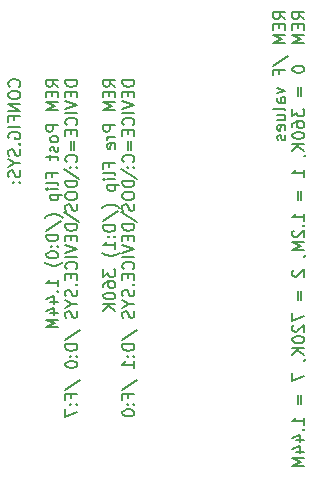
<source format=gbr>
G04 #@! TF.GenerationSoftware,KiCad,Pcbnew,6.0.7-f9a2dced07~116~ubuntu20.04.1*
G04 #@! TF.CreationDate,2022-09-08T22:16:37-07:00*
G04 #@! TF.ProjectId,morefloppy_panel,6d6f7265-666c-46f7-9070-795f70616e65,rev?*
G04 #@! TF.SameCoordinates,Original*
G04 #@! TF.FileFunction,Legend,Bot*
G04 #@! TF.FilePolarity,Positive*
%FSLAX46Y46*%
G04 Gerber Fmt 4.6, Leading zero omitted, Abs format (unit mm)*
G04 Created by KiCad (PCBNEW 6.0.7-f9a2dced07~116~ubuntu20.04.1) date 2022-09-08 22:16:37*
%MOMM*%
%LPD*%
G01*
G04 APERTURE LIST*
%ADD10C,0.150000*%
G04 APERTURE END LIST*
D10*
X160937380Y-102507023D02*
X160461190Y-102173690D01*
X160937380Y-101935595D02*
X159937380Y-101935595D01*
X159937380Y-102316547D01*
X159985000Y-102411785D01*
X160032619Y-102459404D01*
X160127857Y-102507023D01*
X160270714Y-102507023D01*
X160365952Y-102459404D01*
X160413571Y-102411785D01*
X160461190Y-102316547D01*
X160461190Y-101935595D01*
X160413571Y-102935595D02*
X160413571Y-103268928D01*
X160937380Y-103411785D02*
X160937380Y-102935595D01*
X159937380Y-102935595D01*
X159937380Y-103411785D01*
X160937380Y-103840357D02*
X159937380Y-103840357D01*
X160651666Y-104173690D01*
X159937380Y-104507023D01*
X160937380Y-104507023D01*
X159889761Y-106459404D02*
X161175476Y-105602261D01*
X160413571Y-107126071D02*
X160413571Y-106792738D01*
X160937380Y-106792738D02*
X159937380Y-106792738D01*
X159937380Y-107268928D01*
X160270714Y-108316547D02*
X160937380Y-108554642D01*
X160270714Y-108792738D01*
X160937380Y-109602261D02*
X160413571Y-109602261D01*
X160318333Y-109554642D01*
X160270714Y-109459404D01*
X160270714Y-109268928D01*
X160318333Y-109173690D01*
X160889761Y-109602261D02*
X160937380Y-109507023D01*
X160937380Y-109268928D01*
X160889761Y-109173690D01*
X160794523Y-109126071D01*
X160699285Y-109126071D01*
X160604047Y-109173690D01*
X160556428Y-109268928D01*
X160556428Y-109507023D01*
X160508809Y-109602261D01*
X160937380Y-110221309D02*
X160889761Y-110126071D01*
X160794523Y-110078452D01*
X159937380Y-110078452D01*
X160270714Y-111030833D02*
X160937380Y-111030833D01*
X160270714Y-110602261D02*
X160794523Y-110602261D01*
X160889761Y-110649880D01*
X160937380Y-110745119D01*
X160937380Y-110887976D01*
X160889761Y-110983214D01*
X160842142Y-111030833D01*
X160889761Y-111887976D02*
X160937380Y-111792738D01*
X160937380Y-111602261D01*
X160889761Y-111507023D01*
X160794523Y-111459404D01*
X160413571Y-111459404D01*
X160318333Y-111507023D01*
X160270714Y-111602261D01*
X160270714Y-111792738D01*
X160318333Y-111887976D01*
X160413571Y-111935595D01*
X160508809Y-111935595D01*
X160604047Y-111459404D01*
X160889761Y-112316547D02*
X160937380Y-112411785D01*
X160937380Y-112602261D01*
X160889761Y-112697500D01*
X160794523Y-112745119D01*
X160746904Y-112745119D01*
X160651666Y-112697500D01*
X160604047Y-112602261D01*
X160604047Y-112459404D01*
X160556428Y-112364166D01*
X160461190Y-112316547D01*
X160413571Y-112316547D01*
X160318333Y-112364166D01*
X160270714Y-112459404D01*
X160270714Y-112602261D01*
X160318333Y-112697500D01*
X162547380Y-102507023D02*
X162071190Y-102173690D01*
X162547380Y-101935595D02*
X161547380Y-101935595D01*
X161547380Y-102316547D01*
X161595000Y-102411785D01*
X161642619Y-102459404D01*
X161737857Y-102507023D01*
X161880714Y-102507023D01*
X161975952Y-102459404D01*
X162023571Y-102411785D01*
X162071190Y-102316547D01*
X162071190Y-101935595D01*
X162023571Y-102935595D02*
X162023571Y-103268928D01*
X162547380Y-103411785D02*
X162547380Y-102935595D01*
X161547380Y-102935595D01*
X161547380Y-103411785D01*
X162547380Y-103840357D02*
X161547380Y-103840357D01*
X162261666Y-104173690D01*
X161547380Y-104507023D01*
X162547380Y-104507023D01*
X161547380Y-106697500D02*
X161547380Y-106792738D01*
X161595000Y-106887976D01*
X161642619Y-106935595D01*
X161737857Y-106983214D01*
X161928333Y-107030833D01*
X162166428Y-107030833D01*
X162356904Y-106983214D01*
X162452142Y-106935595D01*
X162499761Y-106887976D01*
X162547380Y-106792738D01*
X162547380Y-106697500D01*
X162499761Y-106602261D01*
X162452142Y-106554642D01*
X162356904Y-106507023D01*
X162166428Y-106459404D01*
X161928333Y-106459404D01*
X161737857Y-106507023D01*
X161642619Y-106554642D01*
X161595000Y-106602261D01*
X161547380Y-106697500D01*
X162023571Y-108221309D02*
X162023571Y-108983214D01*
X162309285Y-108983214D02*
X162309285Y-108221309D01*
X161547380Y-110126071D02*
X161547380Y-110745119D01*
X161928333Y-110411785D01*
X161928333Y-110554642D01*
X161975952Y-110649880D01*
X162023571Y-110697500D01*
X162118809Y-110745119D01*
X162356904Y-110745119D01*
X162452142Y-110697500D01*
X162499761Y-110649880D01*
X162547380Y-110554642D01*
X162547380Y-110268928D01*
X162499761Y-110173690D01*
X162452142Y-110126071D01*
X161547380Y-111602261D02*
X161547380Y-111411785D01*
X161595000Y-111316547D01*
X161642619Y-111268928D01*
X161785476Y-111173690D01*
X161975952Y-111126071D01*
X162356904Y-111126071D01*
X162452142Y-111173690D01*
X162499761Y-111221309D01*
X162547380Y-111316547D01*
X162547380Y-111507023D01*
X162499761Y-111602261D01*
X162452142Y-111649880D01*
X162356904Y-111697500D01*
X162118809Y-111697500D01*
X162023571Y-111649880D01*
X161975952Y-111602261D01*
X161928333Y-111507023D01*
X161928333Y-111316547D01*
X161975952Y-111221309D01*
X162023571Y-111173690D01*
X162118809Y-111126071D01*
X161547380Y-112316547D02*
X161547380Y-112411785D01*
X161595000Y-112507023D01*
X161642619Y-112554642D01*
X161737857Y-112602261D01*
X161928333Y-112649880D01*
X162166428Y-112649880D01*
X162356904Y-112602261D01*
X162452142Y-112554642D01*
X162499761Y-112507023D01*
X162547380Y-112411785D01*
X162547380Y-112316547D01*
X162499761Y-112221309D01*
X162452142Y-112173690D01*
X162356904Y-112126071D01*
X162166428Y-112078452D01*
X161928333Y-112078452D01*
X161737857Y-112126071D01*
X161642619Y-112173690D01*
X161595000Y-112221309D01*
X161547380Y-112316547D01*
X162547380Y-113078452D02*
X161547380Y-113078452D01*
X162547380Y-113649880D02*
X161975952Y-113221309D01*
X161547380Y-113649880D02*
X162118809Y-113078452D01*
X162499761Y-114126071D02*
X162547380Y-114126071D01*
X162642619Y-114078452D01*
X162690238Y-114030833D01*
X162547380Y-115840357D02*
X162547380Y-115268928D01*
X162547380Y-115554642D02*
X161547380Y-115554642D01*
X161690238Y-115459404D01*
X161785476Y-115364166D01*
X161833095Y-115268928D01*
X162023571Y-117030833D02*
X162023571Y-117792738D01*
X162309285Y-117792738D02*
X162309285Y-117030833D01*
X162547380Y-119554642D02*
X162547380Y-118983214D01*
X162547380Y-119268928D02*
X161547380Y-119268928D01*
X161690238Y-119173690D01*
X161785476Y-119078452D01*
X161833095Y-118983214D01*
X162452142Y-119983214D02*
X162499761Y-120030833D01*
X162547380Y-119983214D01*
X162499761Y-119935595D01*
X162452142Y-119983214D01*
X162547380Y-119983214D01*
X161642619Y-120411785D02*
X161595000Y-120459404D01*
X161547380Y-120554642D01*
X161547380Y-120792738D01*
X161595000Y-120887976D01*
X161642619Y-120935595D01*
X161737857Y-120983214D01*
X161833095Y-120983214D01*
X161975952Y-120935595D01*
X162547380Y-120364166D01*
X162547380Y-120983214D01*
X162547380Y-121411785D02*
X161547380Y-121411785D01*
X162261666Y-121745119D01*
X161547380Y-122078452D01*
X162547380Y-122078452D01*
X162499761Y-122602261D02*
X162547380Y-122602261D01*
X162642619Y-122554642D01*
X162690238Y-122507023D01*
X161642619Y-123745119D02*
X161595000Y-123792738D01*
X161547380Y-123887976D01*
X161547380Y-124126071D01*
X161595000Y-124221309D01*
X161642619Y-124268928D01*
X161737857Y-124316547D01*
X161833095Y-124316547D01*
X161975952Y-124268928D01*
X162547380Y-123697499D01*
X162547380Y-124316547D01*
X162023571Y-125507023D02*
X162023571Y-126268928D01*
X162309285Y-126268928D02*
X162309285Y-125507023D01*
X161547380Y-127411785D02*
X161547380Y-128078452D01*
X162547380Y-127649880D01*
X161642619Y-128411785D02*
X161595000Y-128459404D01*
X161547380Y-128554642D01*
X161547380Y-128792738D01*
X161595000Y-128887976D01*
X161642619Y-128935595D01*
X161737857Y-128983214D01*
X161833095Y-128983214D01*
X161975952Y-128935595D01*
X162547380Y-128364166D01*
X162547380Y-128983214D01*
X161547380Y-129602261D02*
X161547380Y-129697499D01*
X161595000Y-129792738D01*
X161642619Y-129840357D01*
X161737857Y-129887976D01*
X161928333Y-129935595D01*
X162166428Y-129935595D01*
X162356904Y-129887976D01*
X162452142Y-129840357D01*
X162499761Y-129792738D01*
X162547380Y-129697499D01*
X162547380Y-129602261D01*
X162499761Y-129507023D01*
X162452142Y-129459404D01*
X162356904Y-129411785D01*
X162166428Y-129364166D01*
X161928333Y-129364166D01*
X161737857Y-129411785D01*
X161642619Y-129459404D01*
X161595000Y-129507023D01*
X161547380Y-129602261D01*
X162547380Y-130364166D02*
X161547380Y-130364166D01*
X162547380Y-130935595D02*
X161975952Y-130507023D01*
X161547380Y-130935595D02*
X162118809Y-130364166D01*
X162499761Y-131411785D02*
X162547380Y-131411785D01*
X162642619Y-131364166D01*
X162690238Y-131316547D01*
X161547380Y-132507023D02*
X161547380Y-133173690D01*
X162547380Y-132745119D01*
X162023571Y-134316547D02*
X162023571Y-135078452D01*
X162309285Y-135078452D02*
X162309285Y-134316547D01*
X162547380Y-136840357D02*
X162547380Y-136268928D01*
X162547380Y-136554642D02*
X161547380Y-136554642D01*
X161690238Y-136459404D01*
X161785476Y-136364166D01*
X161833095Y-136268928D01*
X162452142Y-137268928D02*
X162499761Y-137316547D01*
X162547380Y-137268928D01*
X162499761Y-137221309D01*
X162452142Y-137268928D01*
X162547380Y-137268928D01*
X161880714Y-138173690D02*
X162547380Y-138173690D01*
X161499761Y-137935595D02*
X162214047Y-137697500D01*
X162214047Y-138316547D01*
X161880714Y-139126071D02*
X162547380Y-139126071D01*
X161499761Y-138887976D02*
X162214047Y-138649880D01*
X162214047Y-139268928D01*
X162547380Y-139649880D02*
X161547380Y-139649880D01*
X162261666Y-139983214D01*
X161547380Y-140316547D01*
X162547380Y-140316547D01*
X138402142Y-108222023D02*
X138449761Y-108174404D01*
X138497380Y-108031547D01*
X138497380Y-107936309D01*
X138449761Y-107793452D01*
X138354523Y-107698214D01*
X138259285Y-107650595D01*
X138068809Y-107602976D01*
X137925952Y-107602976D01*
X137735476Y-107650595D01*
X137640238Y-107698214D01*
X137545000Y-107793452D01*
X137497380Y-107936309D01*
X137497380Y-108031547D01*
X137545000Y-108174404D01*
X137592619Y-108222023D01*
X137497380Y-108841071D02*
X137497380Y-109031547D01*
X137545000Y-109126785D01*
X137640238Y-109222023D01*
X137830714Y-109269642D01*
X138164047Y-109269642D01*
X138354523Y-109222023D01*
X138449761Y-109126785D01*
X138497380Y-109031547D01*
X138497380Y-108841071D01*
X138449761Y-108745833D01*
X138354523Y-108650595D01*
X138164047Y-108602976D01*
X137830714Y-108602976D01*
X137640238Y-108650595D01*
X137545000Y-108745833D01*
X137497380Y-108841071D01*
X138497380Y-109698214D02*
X137497380Y-109698214D01*
X138497380Y-110269642D01*
X137497380Y-110269642D01*
X137973571Y-111079166D02*
X137973571Y-110745833D01*
X138497380Y-110745833D02*
X137497380Y-110745833D01*
X137497380Y-111222023D01*
X138497380Y-111602976D02*
X137497380Y-111602976D01*
X137545000Y-112602976D02*
X137497380Y-112507738D01*
X137497380Y-112364880D01*
X137545000Y-112222023D01*
X137640238Y-112126785D01*
X137735476Y-112079166D01*
X137925952Y-112031547D01*
X138068809Y-112031547D01*
X138259285Y-112079166D01*
X138354523Y-112126785D01*
X138449761Y-112222023D01*
X138497380Y-112364880D01*
X138497380Y-112460119D01*
X138449761Y-112602976D01*
X138402142Y-112650595D01*
X138068809Y-112650595D01*
X138068809Y-112460119D01*
X138402142Y-113079166D02*
X138449761Y-113126785D01*
X138497380Y-113079166D01*
X138449761Y-113031547D01*
X138402142Y-113079166D01*
X138497380Y-113079166D01*
X138449761Y-113507738D02*
X138497380Y-113650595D01*
X138497380Y-113888690D01*
X138449761Y-113983928D01*
X138402142Y-114031547D01*
X138306904Y-114079166D01*
X138211666Y-114079166D01*
X138116428Y-114031547D01*
X138068809Y-113983928D01*
X138021190Y-113888690D01*
X137973571Y-113698214D01*
X137925952Y-113602976D01*
X137878333Y-113555357D01*
X137783095Y-113507738D01*
X137687857Y-113507738D01*
X137592619Y-113555357D01*
X137545000Y-113602976D01*
X137497380Y-113698214D01*
X137497380Y-113936309D01*
X137545000Y-114079166D01*
X138021190Y-114698214D02*
X138497380Y-114698214D01*
X137497380Y-114364880D02*
X138021190Y-114698214D01*
X137497380Y-115031547D01*
X138449761Y-115317261D02*
X138497380Y-115460119D01*
X138497380Y-115698214D01*
X138449761Y-115793452D01*
X138402142Y-115841071D01*
X138306904Y-115888690D01*
X138211666Y-115888690D01*
X138116428Y-115841071D01*
X138068809Y-115793452D01*
X138021190Y-115698214D01*
X137973571Y-115507738D01*
X137925952Y-115412499D01*
X137878333Y-115364880D01*
X137783095Y-115317261D01*
X137687857Y-115317261D01*
X137592619Y-115364880D01*
X137545000Y-115412499D01*
X137497380Y-115507738D01*
X137497380Y-115745833D01*
X137545000Y-115888690D01*
X138402142Y-116317261D02*
X138449761Y-116364880D01*
X138497380Y-116317261D01*
X138449761Y-116269642D01*
X138402142Y-116317261D01*
X138497380Y-116317261D01*
X137878333Y-116317261D02*
X137925952Y-116364880D01*
X137973571Y-116317261D01*
X137925952Y-116269642D01*
X137878333Y-116317261D01*
X137973571Y-116317261D01*
X141717380Y-108222023D02*
X141241190Y-107888690D01*
X141717380Y-107650595D02*
X140717380Y-107650595D01*
X140717380Y-108031547D01*
X140765000Y-108126785D01*
X140812619Y-108174404D01*
X140907857Y-108222023D01*
X141050714Y-108222023D01*
X141145952Y-108174404D01*
X141193571Y-108126785D01*
X141241190Y-108031547D01*
X141241190Y-107650595D01*
X141193571Y-108650595D02*
X141193571Y-108983928D01*
X141717380Y-109126785D02*
X141717380Y-108650595D01*
X140717380Y-108650595D01*
X140717380Y-109126785D01*
X141717380Y-109555357D02*
X140717380Y-109555357D01*
X141431666Y-109888690D01*
X140717380Y-110222023D01*
X141717380Y-110222023D01*
X141717380Y-111460119D02*
X140717380Y-111460119D01*
X140717380Y-111841071D01*
X140765000Y-111936309D01*
X140812619Y-111983928D01*
X140907857Y-112031547D01*
X141050714Y-112031547D01*
X141145952Y-111983928D01*
X141193571Y-111936309D01*
X141241190Y-111841071D01*
X141241190Y-111460119D01*
X141717380Y-112602976D02*
X141669761Y-112507738D01*
X141622142Y-112460119D01*
X141526904Y-112412500D01*
X141241190Y-112412500D01*
X141145952Y-112460119D01*
X141098333Y-112507738D01*
X141050714Y-112602976D01*
X141050714Y-112745833D01*
X141098333Y-112841071D01*
X141145952Y-112888690D01*
X141241190Y-112936309D01*
X141526904Y-112936309D01*
X141622142Y-112888690D01*
X141669761Y-112841071D01*
X141717380Y-112745833D01*
X141717380Y-112602976D01*
X141669761Y-113317261D02*
X141717380Y-113412500D01*
X141717380Y-113602976D01*
X141669761Y-113698214D01*
X141574523Y-113745833D01*
X141526904Y-113745833D01*
X141431666Y-113698214D01*
X141384047Y-113602976D01*
X141384047Y-113460119D01*
X141336428Y-113364880D01*
X141241190Y-113317261D01*
X141193571Y-113317261D01*
X141098333Y-113364880D01*
X141050714Y-113460119D01*
X141050714Y-113602976D01*
X141098333Y-113698214D01*
X141050714Y-114031547D02*
X141050714Y-114412500D01*
X140717380Y-114174404D02*
X141574523Y-114174404D01*
X141669761Y-114222023D01*
X141717380Y-114317261D01*
X141717380Y-114412500D01*
X141193571Y-115841071D02*
X141193571Y-115507738D01*
X141717380Y-115507738D02*
X140717380Y-115507738D01*
X140717380Y-115983928D01*
X141717380Y-116507738D02*
X141669761Y-116412500D01*
X141574523Y-116364880D01*
X140717380Y-116364880D01*
X141717380Y-116888690D02*
X141050714Y-116888690D01*
X140717380Y-116888690D02*
X140765000Y-116841071D01*
X140812619Y-116888690D01*
X140765000Y-116936309D01*
X140717380Y-116888690D01*
X140812619Y-116888690D01*
X141050714Y-117364880D02*
X142050714Y-117364880D01*
X141098333Y-117364880D02*
X141050714Y-117460119D01*
X141050714Y-117650595D01*
X141098333Y-117745833D01*
X141145952Y-117793452D01*
X141241190Y-117841071D01*
X141526904Y-117841071D01*
X141622142Y-117793452D01*
X141669761Y-117745833D01*
X141717380Y-117650595D01*
X141717380Y-117460119D01*
X141669761Y-117364880D01*
X142098333Y-119317261D02*
X142050714Y-119269642D01*
X141907857Y-119174404D01*
X141812619Y-119126785D01*
X141669761Y-119079166D01*
X141431666Y-119031547D01*
X141241190Y-119031547D01*
X141003095Y-119079166D01*
X140860238Y-119126785D01*
X140765000Y-119174404D01*
X140622142Y-119269642D01*
X140574523Y-119317261D01*
X140669761Y-120412500D02*
X141955476Y-119555357D01*
X141717380Y-120745833D02*
X140717380Y-120745833D01*
X140717380Y-120983928D01*
X140765000Y-121126785D01*
X140860238Y-121222023D01*
X140955476Y-121269642D01*
X141145952Y-121317261D01*
X141288809Y-121317261D01*
X141479285Y-121269642D01*
X141574523Y-121222023D01*
X141669761Y-121126785D01*
X141717380Y-120983928D01*
X141717380Y-120745833D01*
X141622142Y-121745833D02*
X141669761Y-121793452D01*
X141717380Y-121745833D01*
X141669761Y-121698214D01*
X141622142Y-121745833D01*
X141717380Y-121745833D01*
X141098333Y-121745833D02*
X141145952Y-121793452D01*
X141193571Y-121745833D01*
X141145952Y-121698214D01*
X141098333Y-121745833D01*
X141193571Y-121745833D01*
X140717380Y-122412500D02*
X140717380Y-122507738D01*
X140765000Y-122602976D01*
X140812619Y-122650595D01*
X140907857Y-122698214D01*
X141098333Y-122745833D01*
X141336428Y-122745833D01*
X141526904Y-122698214D01*
X141622142Y-122650595D01*
X141669761Y-122602976D01*
X141717380Y-122507738D01*
X141717380Y-122412500D01*
X141669761Y-122317261D01*
X141622142Y-122269642D01*
X141526904Y-122222023D01*
X141336428Y-122174404D01*
X141098333Y-122174404D01*
X140907857Y-122222023D01*
X140812619Y-122269642D01*
X140765000Y-122317261D01*
X140717380Y-122412500D01*
X142098333Y-123079166D02*
X142050714Y-123126785D01*
X141907857Y-123222023D01*
X141812619Y-123269642D01*
X141669761Y-123317261D01*
X141431666Y-123364880D01*
X141241190Y-123364880D01*
X141003095Y-123317261D01*
X140860238Y-123269642D01*
X140765000Y-123222023D01*
X140622142Y-123126785D01*
X140574523Y-123079166D01*
X141717380Y-125126785D02*
X141717380Y-124555357D01*
X141717380Y-124841071D02*
X140717380Y-124841071D01*
X140860238Y-124745833D01*
X140955476Y-124650595D01*
X141003095Y-124555357D01*
X141622142Y-125555357D02*
X141669761Y-125602976D01*
X141717380Y-125555357D01*
X141669761Y-125507738D01*
X141622142Y-125555357D01*
X141717380Y-125555357D01*
X141050714Y-126460119D02*
X141717380Y-126460119D01*
X140669761Y-126222023D02*
X141384047Y-125983928D01*
X141384047Y-126602976D01*
X141050714Y-127412500D02*
X141717380Y-127412500D01*
X140669761Y-127174404D02*
X141384047Y-126936309D01*
X141384047Y-127555357D01*
X141717380Y-127936309D02*
X140717380Y-127936309D01*
X141431666Y-128269642D01*
X140717380Y-128602976D01*
X141717380Y-128602976D01*
X143327380Y-107650595D02*
X142327380Y-107650595D01*
X142327380Y-107888690D01*
X142375000Y-108031547D01*
X142470238Y-108126785D01*
X142565476Y-108174404D01*
X142755952Y-108222023D01*
X142898809Y-108222023D01*
X143089285Y-108174404D01*
X143184523Y-108126785D01*
X143279761Y-108031547D01*
X143327380Y-107888690D01*
X143327380Y-107650595D01*
X142803571Y-108650595D02*
X142803571Y-108983928D01*
X143327380Y-109126785D02*
X143327380Y-108650595D01*
X142327380Y-108650595D01*
X142327380Y-109126785D01*
X142327380Y-109412500D02*
X143327380Y-109745833D01*
X142327380Y-110079166D01*
X143327380Y-110412500D02*
X142327380Y-110412500D01*
X143232142Y-111460119D02*
X143279761Y-111412500D01*
X143327380Y-111269642D01*
X143327380Y-111174404D01*
X143279761Y-111031547D01*
X143184523Y-110936309D01*
X143089285Y-110888690D01*
X142898809Y-110841071D01*
X142755952Y-110841071D01*
X142565476Y-110888690D01*
X142470238Y-110936309D01*
X142375000Y-111031547D01*
X142327380Y-111174404D01*
X142327380Y-111269642D01*
X142375000Y-111412500D01*
X142422619Y-111460119D01*
X142803571Y-111888690D02*
X142803571Y-112222023D01*
X143327380Y-112364880D02*
X143327380Y-111888690D01*
X142327380Y-111888690D01*
X142327380Y-112364880D01*
X142803571Y-112793452D02*
X142803571Y-113555357D01*
X143089285Y-113555357D02*
X143089285Y-112793452D01*
X143232142Y-114602976D02*
X143279761Y-114555357D01*
X143327380Y-114412500D01*
X143327380Y-114317261D01*
X143279761Y-114174404D01*
X143184523Y-114079166D01*
X143089285Y-114031547D01*
X142898809Y-113983928D01*
X142755952Y-113983928D01*
X142565476Y-114031547D01*
X142470238Y-114079166D01*
X142375000Y-114174404D01*
X142327380Y-114317261D01*
X142327380Y-114412500D01*
X142375000Y-114555357D01*
X142422619Y-114602976D01*
X143232142Y-115031547D02*
X143279761Y-115079166D01*
X143327380Y-115031547D01*
X143279761Y-114983928D01*
X143232142Y-115031547D01*
X143327380Y-115031547D01*
X142708333Y-115031547D02*
X142755952Y-115079166D01*
X142803571Y-115031547D01*
X142755952Y-114983928D01*
X142708333Y-115031547D01*
X142803571Y-115031547D01*
X142232142Y-115174404D02*
X143517857Y-116031547D01*
X143327380Y-116174404D02*
X142327380Y-116174404D01*
X142327380Y-116412500D01*
X142375000Y-116555357D01*
X142470238Y-116650595D01*
X142565476Y-116698214D01*
X142755952Y-116745833D01*
X142898809Y-116745833D01*
X143089285Y-116698214D01*
X143184523Y-116650595D01*
X143279761Y-116555357D01*
X143327380Y-116412500D01*
X143327380Y-116174404D01*
X142327380Y-117364880D02*
X142327380Y-117555357D01*
X142375000Y-117650595D01*
X142470238Y-117745833D01*
X142660714Y-117793452D01*
X142994047Y-117793452D01*
X143184523Y-117745833D01*
X143279761Y-117650595D01*
X143327380Y-117555357D01*
X143327380Y-117364880D01*
X143279761Y-117269642D01*
X143184523Y-117174404D01*
X142994047Y-117126785D01*
X142660714Y-117126785D01*
X142470238Y-117174404D01*
X142375000Y-117269642D01*
X142327380Y-117364880D01*
X143279761Y-118174404D02*
X143327380Y-118317261D01*
X143327380Y-118555357D01*
X143279761Y-118650595D01*
X143232142Y-118698214D01*
X143136904Y-118745833D01*
X143041666Y-118745833D01*
X142946428Y-118698214D01*
X142898809Y-118650595D01*
X142851190Y-118555357D01*
X142803571Y-118364880D01*
X142755952Y-118269642D01*
X142708333Y-118222023D01*
X142613095Y-118174404D01*
X142517857Y-118174404D01*
X142422619Y-118222023D01*
X142375000Y-118269642D01*
X142327380Y-118364880D01*
X142327380Y-118602976D01*
X142375000Y-118745833D01*
X142232142Y-118841071D02*
X143517857Y-119698214D01*
X143327380Y-119841071D02*
X142327380Y-119841071D01*
X142327380Y-120079166D01*
X142375000Y-120222023D01*
X142470238Y-120317261D01*
X142565476Y-120364880D01*
X142755952Y-120412500D01*
X142898809Y-120412500D01*
X143089285Y-120364880D01*
X143184523Y-120317261D01*
X143279761Y-120222023D01*
X143327380Y-120079166D01*
X143327380Y-119841071D01*
X142803571Y-120841071D02*
X142803571Y-121174404D01*
X143327380Y-121317261D02*
X143327380Y-120841071D01*
X142327380Y-120841071D01*
X142327380Y-121317261D01*
X142327380Y-121602976D02*
X143327380Y-121936309D01*
X142327380Y-122269642D01*
X143327380Y-122602976D02*
X142327380Y-122602976D01*
X143232142Y-123650595D02*
X143279761Y-123602976D01*
X143327380Y-123460119D01*
X143327380Y-123364880D01*
X143279761Y-123222023D01*
X143184523Y-123126785D01*
X143089285Y-123079166D01*
X142898809Y-123031547D01*
X142755952Y-123031547D01*
X142565476Y-123079166D01*
X142470238Y-123126785D01*
X142375000Y-123222023D01*
X142327380Y-123364880D01*
X142327380Y-123460119D01*
X142375000Y-123602976D01*
X142422619Y-123650595D01*
X142803571Y-124079166D02*
X142803571Y-124412500D01*
X143327380Y-124555357D02*
X143327380Y-124079166D01*
X142327380Y-124079166D01*
X142327380Y-124555357D01*
X143232142Y-124983928D02*
X143279761Y-125031547D01*
X143327380Y-124983928D01*
X143279761Y-124936309D01*
X143232142Y-124983928D01*
X143327380Y-124983928D01*
X143279761Y-125412500D02*
X143327380Y-125555357D01*
X143327380Y-125793452D01*
X143279761Y-125888690D01*
X143232142Y-125936309D01*
X143136904Y-125983928D01*
X143041666Y-125983928D01*
X142946428Y-125936309D01*
X142898809Y-125888690D01*
X142851190Y-125793452D01*
X142803571Y-125602976D01*
X142755952Y-125507738D01*
X142708333Y-125460119D01*
X142613095Y-125412500D01*
X142517857Y-125412500D01*
X142422619Y-125460119D01*
X142375000Y-125507738D01*
X142327380Y-125602976D01*
X142327380Y-125841071D01*
X142375000Y-125983928D01*
X142851190Y-126602976D02*
X143327380Y-126602976D01*
X142327380Y-126269642D02*
X142851190Y-126602976D01*
X142327380Y-126936309D01*
X143279761Y-127222023D02*
X143327380Y-127364880D01*
X143327380Y-127602976D01*
X143279761Y-127698214D01*
X143232142Y-127745833D01*
X143136904Y-127793452D01*
X143041666Y-127793452D01*
X142946428Y-127745833D01*
X142898809Y-127698214D01*
X142851190Y-127602976D01*
X142803571Y-127412500D01*
X142755952Y-127317261D01*
X142708333Y-127269642D01*
X142613095Y-127222023D01*
X142517857Y-127222023D01*
X142422619Y-127269642D01*
X142375000Y-127317261D01*
X142327380Y-127412500D01*
X142327380Y-127650595D01*
X142375000Y-127793452D01*
X142279761Y-129698214D02*
X143565476Y-128841071D01*
X143327380Y-130031547D02*
X142327380Y-130031547D01*
X142327380Y-130269642D01*
X142375000Y-130412500D01*
X142470238Y-130507738D01*
X142565476Y-130555357D01*
X142755952Y-130602976D01*
X142898809Y-130602976D01*
X143089285Y-130555357D01*
X143184523Y-130507738D01*
X143279761Y-130412500D01*
X143327380Y-130269642D01*
X143327380Y-130031547D01*
X143232142Y-131031547D02*
X143279761Y-131079166D01*
X143327380Y-131031547D01*
X143279761Y-130983928D01*
X143232142Y-131031547D01*
X143327380Y-131031547D01*
X142708333Y-131031547D02*
X142755952Y-131079166D01*
X142803571Y-131031547D01*
X142755952Y-130983928D01*
X142708333Y-131031547D01*
X142803571Y-131031547D01*
X142327380Y-131698214D02*
X142327380Y-131793452D01*
X142375000Y-131888690D01*
X142422619Y-131936309D01*
X142517857Y-131983928D01*
X142708333Y-132031547D01*
X142946428Y-132031547D01*
X143136904Y-131983928D01*
X143232142Y-131936309D01*
X143279761Y-131888690D01*
X143327380Y-131793452D01*
X143327380Y-131698214D01*
X143279761Y-131602976D01*
X143232142Y-131555357D01*
X143136904Y-131507738D01*
X142946428Y-131460119D01*
X142708333Y-131460119D01*
X142517857Y-131507738D01*
X142422619Y-131555357D01*
X142375000Y-131602976D01*
X142327380Y-131698214D01*
X142279761Y-133936309D02*
X143565476Y-133079166D01*
X142803571Y-134602976D02*
X142803571Y-134269642D01*
X143327380Y-134269642D02*
X142327380Y-134269642D01*
X142327380Y-134745833D01*
X143232142Y-135126785D02*
X143279761Y-135174404D01*
X143327380Y-135126785D01*
X143279761Y-135079166D01*
X143232142Y-135126785D01*
X143327380Y-135126785D01*
X142708333Y-135126785D02*
X142755952Y-135174404D01*
X142803571Y-135126785D01*
X142755952Y-135079166D01*
X142708333Y-135126785D01*
X142803571Y-135126785D01*
X142327380Y-135507738D02*
X142327380Y-136174404D01*
X143327380Y-135745833D01*
X146547380Y-108222023D02*
X146071190Y-107888690D01*
X146547380Y-107650595D02*
X145547380Y-107650595D01*
X145547380Y-108031547D01*
X145595000Y-108126785D01*
X145642619Y-108174404D01*
X145737857Y-108222023D01*
X145880714Y-108222023D01*
X145975952Y-108174404D01*
X146023571Y-108126785D01*
X146071190Y-108031547D01*
X146071190Y-107650595D01*
X146023571Y-108650595D02*
X146023571Y-108983928D01*
X146547380Y-109126785D02*
X146547380Y-108650595D01*
X145547380Y-108650595D01*
X145547380Y-109126785D01*
X146547380Y-109555357D02*
X145547380Y-109555357D01*
X146261666Y-109888690D01*
X145547380Y-110222023D01*
X146547380Y-110222023D01*
X146547380Y-111460119D02*
X145547380Y-111460119D01*
X145547380Y-111841071D01*
X145595000Y-111936309D01*
X145642619Y-111983928D01*
X145737857Y-112031547D01*
X145880714Y-112031547D01*
X145975952Y-111983928D01*
X146023571Y-111936309D01*
X146071190Y-111841071D01*
X146071190Y-111460119D01*
X146547380Y-112460119D02*
X145880714Y-112460119D01*
X146071190Y-112460119D02*
X145975952Y-112507738D01*
X145928333Y-112555357D01*
X145880714Y-112650595D01*
X145880714Y-112745833D01*
X146499761Y-113460119D02*
X146547380Y-113364880D01*
X146547380Y-113174404D01*
X146499761Y-113079166D01*
X146404523Y-113031547D01*
X146023571Y-113031547D01*
X145928333Y-113079166D01*
X145880714Y-113174404D01*
X145880714Y-113364880D01*
X145928333Y-113460119D01*
X146023571Y-113507738D01*
X146118809Y-113507738D01*
X146214047Y-113031547D01*
X146023571Y-115031547D02*
X146023571Y-114698214D01*
X146547380Y-114698214D02*
X145547380Y-114698214D01*
X145547380Y-115174404D01*
X146547380Y-115698214D02*
X146499761Y-115602976D01*
X146404523Y-115555357D01*
X145547380Y-115555357D01*
X146547380Y-116079166D02*
X145880714Y-116079166D01*
X145547380Y-116079166D02*
X145595000Y-116031547D01*
X145642619Y-116079166D01*
X145595000Y-116126785D01*
X145547380Y-116079166D01*
X145642619Y-116079166D01*
X145880714Y-116555357D02*
X146880714Y-116555357D01*
X145928333Y-116555357D02*
X145880714Y-116650595D01*
X145880714Y-116841071D01*
X145928333Y-116936309D01*
X145975952Y-116983928D01*
X146071190Y-117031547D01*
X146356904Y-117031547D01*
X146452142Y-116983928D01*
X146499761Y-116936309D01*
X146547380Y-116841071D01*
X146547380Y-116650595D01*
X146499761Y-116555357D01*
X146928333Y-118507738D02*
X146880714Y-118460119D01*
X146737857Y-118364880D01*
X146642619Y-118317261D01*
X146499761Y-118269642D01*
X146261666Y-118222023D01*
X146071190Y-118222023D01*
X145833095Y-118269642D01*
X145690238Y-118317261D01*
X145595000Y-118364880D01*
X145452142Y-118460119D01*
X145404523Y-118507738D01*
X145499761Y-119602976D02*
X146785476Y-118745833D01*
X146547380Y-119936309D02*
X145547380Y-119936309D01*
X145547380Y-120174404D01*
X145595000Y-120317261D01*
X145690238Y-120412500D01*
X145785476Y-120460119D01*
X145975952Y-120507738D01*
X146118809Y-120507738D01*
X146309285Y-120460119D01*
X146404523Y-120412500D01*
X146499761Y-120317261D01*
X146547380Y-120174404D01*
X146547380Y-119936309D01*
X146452142Y-120936309D02*
X146499761Y-120983928D01*
X146547380Y-120936309D01*
X146499761Y-120888690D01*
X146452142Y-120936309D01*
X146547380Y-120936309D01*
X145928333Y-120936309D02*
X145975952Y-120983928D01*
X146023571Y-120936309D01*
X145975952Y-120888690D01*
X145928333Y-120936309D01*
X146023571Y-120936309D01*
X146547380Y-121936309D02*
X146547380Y-121364880D01*
X146547380Y-121650595D02*
X145547380Y-121650595D01*
X145690238Y-121555357D01*
X145785476Y-121460119D01*
X145833095Y-121364880D01*
X146928333Y-122269642D02*
X146880714Y-122317261D01*
X146737857Y-122412500D01*
X146642619Y-122460119D01*
X146499761Y-122507738D01*
X146261666Y-122555357D01*
X146071190Y-122555357D01*
X145833095Y-122507738D01*
X145690238Y-122460119D01*
X145595000Y-122412500D01*
X145452142Y-122317261D01*
X145404523Y-122269642D01*
X145547380Y-123698214D02*
X145547380Y-124317261D01*
X145928333Y-123983928D01*
X145928333Y-124126785D01*
X145975952Y-124222023D01*
X146023571Y-124269642D01*
X146118809Y-124317261D01*
X146356904Y-124317261D01*
X146452142Y-124269642D01*
X146499761Y-124222023D01*
X146547380Y-124126785D01*
X146547380Y-123841071D01*
X146499761Y-123745833D01*
X146452142Y-123698214D01*
X145547380Y-125174404D02*
X145547380Y-124983928D01*
X145595000Y-124888690D01*
X145642619Y-124841071D01*
X145785476Y-124745833D01*
X145975952Y-124698214D01*
X146356904Y-124698214D01*
X146452142Y-124745833D01*
X146499761Y-124793452D01*
X146547380Y-124888690D01*
X146547380Y-125079166D01*
X146499761Y-125174404D01*
X146452142Y-125222023D01*
X146356904Y-125269642D01*
X146118809Y-125269642D01*
X146023571Y-125222023D01*
X145975952Y-125174404D01*
X145928333Y-125079166D01*
X145928333Y-124888690D01*
X145975952Y-124793452D01*
X146023571Y-124745833D01*
X146118809Y-124698214D01*
X145547380Y-125888690D02*
X145547380Y-125983928D01*
X145595000Y-126079166D01*
X145642619Y-126126785D01*
X145737857Y-126174404D01*
X145928333Y-126222023D01*
X146166428Y-126222023D01*
X146356904Y-126174404D01*
X146452142Y-126126785D01*
X146499761Y-126079166D01*
X146547380Y-125983928D01*
X146547380Y-125888690D01*
X146499761Y-125793452D01*
X146452142Y-125745833D01*
X146356904Y-125698214D01*
X146166428Y-125650595D01*
X145928333Y-125650595D01*
X145737857Y-125698214D01*
X145642619Y-125745833D01*
X145595000Y-125793452D01*
X145547380Y-125888690D01*
X146547380Y-126650595D02*
X145547380Y-126650595D01*
X146547380Y-127222023D02*
X145975952Y-126793452D01*
X145547380Y-127222023D02*
X146118809Y-126650595D01*
X148157380Y-107650595D02*
X147157380Y-107650595D01*
X147157380Y-107888690D01*
X147205000Y-108031547D01*
X147300238Y-108126785D01*
X147395476Y-108174404D01*
X147585952Y-108222023D01*
X147728809Y-108222023D01*
X147919285Y-108174404D01*
X148014523Y-108126785D01*
X148109761Y-108031547D01*
X148157380Y-107888690D01*
X148157380Y-107650595D01*
X147633571Y-108650595D02*
X147633571Y-108983928D01*
X148157380Y-109126785D02*
X148157380Y-108650595D01*
X147157380Y-108650595D01*
X147157380Y-109126785D01*
X147157380Y-109412500D02*
X148157380Y-109745833D01*
X147157380Y-110079166D01*
X148157380Y-110412500D02*
X147157380Y-110412500D01*
X148062142Y-111460119D02*
X148109761Y-111412500D01*
X148157380Y-111269642D01*
X148157380Y-111174404D01*
X148109761Y-111031547D01*
X148014523Y-110936309D01*
X147919285Y-110888690D01*
X147728809Y-110841071D01*
X147585952Y-110841071D01*
X147395476Y-110888690D01*
X147300238Y-110936309D01*
X147205000Y-111031547D01*
X147157380Y-111174404D01*
X147157380Y-111269642D01*
X147205000Y-111412500D01*
X147252619Y-111460119D01*
X147633571Y-111888690D02*
X147633571Y-112222023D01*
X148157380Y-112364880D02*
X148157380Y-111888690D01*
X147157380Y-111888690D01*
X147157380Y-112364880D01*
X147633571Y-112793452D02*
X147633571Y-113555357D01*
X147919285Y-113555357D02*
X147919285Y-112793452D01*
X148062142Y-114602976D02*
X148109761Y-114555357D01*
X148157380Y-114412500D01*
X148157380Y-114317261D01*
X148109761Y-114174404D01*
X148014523Y-114079166D01*
X147919285Y-114031547D01*
X147728809Y-113983928D01*
X147585952Y-113983928D01*
X147395476Y-114031547D01*
X147300238Y-114079166D01*
X147205000Y-114174404D01*
X147157380Y-114317261D01*
X147157380Y-114412500D01*
X147205000Y-114555357D01*
X147252619Y-114602976D01*
X148062142Y-115031547D02*
X148109761Y-115079166D01*
X148157380Y-115031547D01*
X148109761Y-114983928D01*
X148062142Y-115031547D01*
X148157380Y-115031547D01*
X147538333Y-115031547D02*
X147585952Y-115079166D01*
X147633571Y-115031547D01*
X147585952Y-114983928D01*
X147538333Y-115031547D01*
X147633571Y-115031547D01*
X147062142Y-115174404D02*
X148347857Y-116031547D01*
X148157380Y-116174404D02*
X147157380Y-116174404D01*
X147157380Y-116412500D01*
X147205000Y-116555357D01*
X147300238Y-116650595D01*
X147395476Y-116698214D01*
X147585952Y-116745833D01*
X147728809Y-116745833D01*
X147919285Y-116698214D01*
X148014523Y-116650595D01*
X148109761Y-116555357D01*
X148157380Y-116412500D01*
X148157380Y-116174404D01*
X147157380Y-117364880D02*
X147157380Y-117555357D01*
X147205000Y-117650595D01*
X147300238Y-117745833D01*
X147490714Y-117793452D01*
X147824047Y-117793452D01*
X148014523Y-117745833D01*
X148109761Y-117650595D01*
X148157380Y-117555357D01*
X148157380Y-117364880D01*
X148109761Y-117269642D01*
X148014523Y-117174404D01*
X147824047Y-117126785D01*
X147490714Y-117126785D01*
X147300238Y-117174404D01*
X147205000Y-117269642D01*
X147157380Y-117364880D01*
X148109761Y-118174404D02*
X148157380Y-118317261D01*
X148157380Y-118555357D01*
X148109761Y-118650595D01*
X148062142Y-118698214D01*
X147966904Y-118745833D01*
X147871666Y-118745833D01*
X147776428Y-118698214D01*
X147728809Y-118650595D01*
X147681190Y-118555357D01*
X147633571Y-118364880D01*
X147585952Y-118269642D01*
X147538333Y-118222023D01*
X147443095Y-118174404D01*
X147347857Y-118174404D01*
X147252619Y-118222023D01*
X147205000Y-118269642D01*
X147157380Y-118364880D01*
X147157380Y-118602976D01*
X147205000Y-118745833D01*
X147062142Y-118841071D02*
X148347857Y-119698214D01*
X148157380Y-119841071D02*
X147157380Y-119841071D01*
X147157380Y-120079166D01*
X147205000Y-120222023D01*
X147300238Y-120317261D01*
X147395476Y-120364880D01*
X147585952Y-120412500D01*
X147728809Y-120412500D01*
X147919285Y-120364880D01*
X148014523Y-120317261D01*
X148109761Y-120222023D01*
X148157380Y-120079166D01*
X148157380Y-119841071D01*
X147633571Y-120841071D02*
X147633571Y-121174404D01*
X148157380Y-121317261D02*
X148157380Y-120841071D01*
X147157380Y-120841071D01*
X147157380Y-121317261D01*
X147157380Y-121602976D02*
X148157380Y-121936309D01*
X147157380Y-122269642D01*
X148157380Y-122602976D02*
X147157380Y-122602976D01*
X148062142Y-123650595D02*
X148109761Y-123602976D01*
X148157380Y-123460119D01*
X148157380Y-123364880D01*
X148109761Y-123222023D01*
X148014523Y-123126785D01*
X147919285Y-123079166D01*
X147728809Y-123031547D01*
X147585952Y-123031547D01*
X147395476Y-123079166D01*
X147300238Y-123126785D01*
X147205000Y-123222023D01*
X147157380Y-123364880D01*
X147157380Y-123460119D01*
X147205000Y-123602976D01*
X147252619Y-123650595D01*
X147633571Y-124079166D02*
X147633571Y-124412500D01*
X148157380Y-124555357D02*
X148157380Y-124079166D01*
X147157380Y-124079166D01*
X147157380Y-124555357D01*
X148062142Y-124983928D02*
X148109761Y-125031547D01*
X148157380Y-124983928D01*
X148109761Y-124936309D01*
X148062142Y-124983928D01*
X148157380Y-124983928D01*
X148109761Y-125412500D02*
X148157380Y-125555357D01*
X148157380Y-125793452D01*
X148109761Y-125888690D01*
X148062142Y-125936309D01*
X147966904Y-125983928D01*
X147871666Y-125983928D01*
X147776428Y-125936309D01*
X147728809Y-125888690D01*
X147681190Y-125793452D01*
X147633571Y-125602976D01*
X147585952Y-125507738D01*
X147538333Y-125460119D01*
X147443095Y-125412500D01*
X147347857Y-125412500D01*
X147252619Y-125460119D01*
X147205000Y-125507738D01*
X147157380Y-125602976D01*
X147157380Y-125841071D01*
X147205000Y-125983928D01*
X147681190Y-126602976D02*
X148157380Y-126602976D01*
X147157380Y-126269642D02*
X147681190Y-126602976D01*
X147157380Y-126936309D01*
X148109761Y-127222023D02*
X148157380Y-127364880D01*
X148157380Y-127602976D01*
X148109761Y-127698214D01*
X148062142Y-127745833D01*
X147966904Y-127793452D01*
X147871666Y-127793452D01*
X147776428Y-127745833D01*
X147728809Y-127698214D01*
X147681190Y-127602976D01*
X147633571Y-127412500D01*
X147585952Y-127317261D01*
X147538333Y-127269642D01*
X147443095Y-127222023D01*
X147347857Y-127222023D01*
X147252619Y-127269642D01*
X147205000Y-127317261D01*
X147157380Y-127412500D01*
X147157380Y-127650595D01*
X147205000Y-127793452D01*
X147109761Y-129698214D02*
X148395476Y-128841071D01*
X148157380Y-130031547D02*
X147157380Y-130031547D01*
X147157380Y-130269642D01*
X147205000Y-130412500D01*
X147300238Y-130507738D01*
X147395476Y-130555357D01*
X147585952Y-130602976D01*
X147728809Y-130602976D01*
X147919285Y-130555357D01*
X148014523Y-130507738D01*
X148109761Y-130412500D01*
X148157380Y-130269642D01*
X148157380Y-130031547D01*
X148062142Y-131031547D02*
X148109761Y-131079166D01*
X148157380Y-131031547D01*
X148109761Y-130983928D01*
X148062142Y-131031547D01*
X148157380Y-131031547D01*
X147538333Y-131031547D02*
X147585952Y-131079166D01*
X147633571Y-131031547D01*
X147585952Y-130983928D01*
X147538333Y-131031547D01*
X147633571Y-131031547D01*
X148157380Y-132031547D02*
X148157380Y-131460119D01*
X148157380Y-131745833D02*
X147157380Y-131745833D01*
X147300238Y-131650595D01*
X147395476Y-131555357D01*
X147443095Y-131460119D01*
X147109761Y-133936309D02*
X148395476Y-133079166D01*
X147633571Y-134602976D02*
X147633571Y-134269642D01*
X148157380Y-134269642D02*
X147157380Y-134269642D01*
X147157380Y-134745833D01*
X148062142Y-135126785D02*
X148109761Y-135174404D01*
X148157380Y-135126785D01*
X148109761Y-135079166D01*
X148062142Y-135126785D01*
X148157380Y-135126785D01*
X147538333Y-135126785D02*
X147585952Y-135174404D01*
X147633571Y-135126785D01*
X147585952Y-135079166D01*
X147538333Y-135126785D01*
X147633571Y-135126785D01*
X147157380Y-135793452D02*
X147157380Y-135888690D01*
X147205000Y-135983928D01*
X147252619Y-136031547D01*
X147347857Y-136079166D01*
X147538333Y-136126785D01*
X147776428Y-136126785D01*
X147966904Y-136079166D01*
X148062142Y-136031547D01*
X148109761Y-135983928D01*
X148157380Y-135888690D01*
X148157380Y-135793452D01*
X148109761Y-135698214D01*
X148062142Y-135650595D01*
X147966904Y-135602976D01*
X147776428Y-135555357D01*
X147538333Y-135555357D01*
X147347857Y-135602976D01*
X147252619Y-135650595D01*
X147205000Y-135698214D01*
X147157380Y-135793452D01*
M02*

</source>
